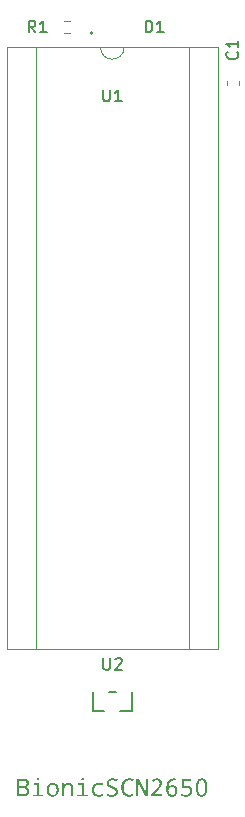
<source format=gbr>
G04 #@! TF.GenerationSoftware,KiCad,Pcbnew,7.0.11+dfsg-1build4*
G04 #@! TF.CreationDate,2024-12-04T19:58:54+09:00*
G04 #@! TF.ProjectId,bionic-scn2650,62696f6e-6963-42d7-9363-6e323635302e,3*
G04 #@! TF.SameCoordinates,Original*
G04 #@! TF.FileFunction,Legend,Top*
G04 #@! TF.FilePolarity,Positive*
%FSLAX46Y46*%
G04 Gerber Fmt 4.6, Leading zero omitted, Abs format (unit mm)*
G04 Created by KiCad (PCBNEW 7.0.11+dfsg-1build4) date 2024-12-04 19:58:54*
%MOMM*%
%LPD*%
G01*
G04 APERTURE LIST*
%ADD10C,0.150000*%
%ADD11C,0.152400*%
%ADD12C,0.120000*%
G04 APERTURE END LIST*
D10*
G36*
X106118352Y-135669959D02*
G01*
X106135529Y-135670222D01*
X106152404Y-135670660D01*
X106168976Y-135671274D01*
X106185245Y-135672063D01*
X106201211Y-135673027D01*
X106216875Y-135674167D01*
X106232236Y-135675481D01*
X106247295Y-135676972D01*
X106262051Y-135678637D01*
X106290654Y-135682494D01*
X106318047Y-135687052D01*
X106344229Y-135692311D01*
X106369201Y-135698272D01*
X106392962Y-135704934D01*
X106415512Y-135712297D01*
X106436851Y-135720361D01*
X106456979Y-135729127D01*
X106475897Y-135738593D01*
X106493604Y-135748761D01*
X106510101Y-135759631D01*
X106525540Y-135771236D01*
X106539982Y-135783702D01*
X106553429Y-135797030D01*
X106565880Y-135811219D01*
X106577334Y-135826270D01*
X106587793Y-135842183D01*
X106597255Y-135858957D01*
X106605722Y-135876592D01*
X106613192Y-135895090D01*
X106619667Y-135914448D01*
X106625145Y-135934668D01*
X106629627Y-135955750D01*
X106633113Y-135977693D01*
X106635603Y-136000498D01*
X106637098Y-136024164D01*
X106637596Y-136048692D01*
X106637279Y-136064915D01*
X106636330Y-136080795D01*
X106634749Y-136096331D01*
X106632535Y-136111524D01*
X106629689Y-136126373D01*
X106626210Y-136140879D01*
X106622098Y-136155041D01*
X106614745Y-136175640D01*
X106605968Y-136195467D01*
X106595768Y-136214521D01*
X106584145Y-136232802D01*
X106571099Y-136250310D01*
X106561610Y-136261553D01*
X106556629Y-136267045D01*
X106546285Y-136277631D01*
X106535494Y-136287682D01*
X106524257Y-136297197D01*
X106512574Y-136306177D01*
X106500444Y-136314622D01*
X106487867Y-136322532D01*
X106474844Y-136329907D01*
X106461374Y-136336746D01*
X106447458Y-136343050D01*
X106433096Y-136348819D01*
X106418286Y-136354052D01*
X106403031Y-136358751D01*
X106387329Y-136362914D01*
X106371180Y-136366542D01*
X106354585Y-136369634D01*
X106337543Y-136372192D01*
X106337543Y-136382450D01*
X106358596Y-136386165D01*
X106378980Y-136390350D01*
X106398695Y-136395004D01*
X106417743Y-136400127D01*
X106436122Y-136405720D01*
X106453832Y-136411782D01*
X106470875Y-136418314D01*
X106487249Y-136425315D01*
X106502955Y-136432785D01*
X106517992Y-136440725D01*
X106532361Y-136449134D01*
X106546062Y-136458013D01*
X106559094Y-136467361D01*
X106571458Y-136477178D01*
X106583154Y-136487465D01*
X106594181Y-136498221D01*
X106604540Y-136509447D01*
X106614231Y-136521142D01*
X106623254Y-136533306D01*
X106631608Y-136545940D01*
X106639294Y-136559043D01*
X106646311Y-136572616D01*
X106652660Y-136586658D01*
X106658341Y-136601169D01*
X106663353Y-136616150D01*
X106667698Y-136631601D01*
X106671373Y-136647520D01*
X106674381Y-136663909D01*
X106676720Y-136680768D01*
X106678391Y-136698096D01*
X106679393Y-136715893D01*
X106679727Y-136734160D01*
X106679214Y-136759281D01*
X106677672Y-136783722D01*
X106675104Y-136807481D01*
X106671507Y-136830559D01*
X106666883Y-136852956D01*
X106661232Y-136874672D01*
X106654553Y-136895706D01*
X106646846Y-136916060D01*
X106638112Y-136935732D01*
X106628351Y-136954722D01*
X106617561Y-136973032D01*
X106605745Y-136990660D01*
X106592901Y-137007608D01*
X106579029Y-137023874D01*
X106564129Y-137039458D01*
X106548203Y-137054362D01*
X106531434Y-137068426D01*
X106513919Y-137081582D01*
X106495657Y-137093831D01*
X106476647Y-137105172D01*
X106456891Y-137115606D01*
X106436387Y-137125133D01*
X106415137Y-137133753D01*
X106393139Y-137141465D01*
X106370394Y-137148270D01*
X106346903Y-137154168D01*
X106322664Y-137159158D01*
X106297678Y-137163241D01*
X106271945Y-137166417D01*
X106245466Y-137168685D01*
X106218239Y-137170046D01*
X106190265Y-137170500D01*
X105647313Y-137170500D01*
X105647313Y-136466714D01*
X105840021Y-136466714D01*
X105840021Y-137006735D01*
X106156193Y-137006735D01*
X106175915Y-137006461D01*
X106195012Y-137005640D01*
X106213482Y-137004271D01*
X106231326Y-137002355D01*
X106248544Y-136999892D01*
X106265136Y-136996881D01*
X106281102Y-136993323D01*
X106296442Y-136989218D01*
X106311155Y-136984565D01*
X106325243Y-136979365D01*
X106351539Y-136967322D01*
X106375332Y-136953089D01*
X106396619Y-136936668D01*
X106415403Y-136918056D01*
X106431682Y-136897255D01*
X106445456Y-136874264D01*
X106456726Y-136849084D01*
X106465492Y-136821714D01*
X106468935Y-136807207D01*
X106471753Y-136792154D01*
X106473944Y-136776553D01*
X106475509Y-136760405D01*
X106476449Y-136743709D01*
X106476762Y-136726466D01*
X106476436Y-136710485D01*
X106475458Y-136695012D01*
X106473828Y-136680045D01*
X106468613Y-136651635D01*
X106460791Y-136625254D01*
X106450361Y-136600902D01*
X106437323Y-136578580D01*
X106421679Y-136558287D01*
X106403426Y-136540023D01*
X106382566Y-136523788D01*
X106359099Y-136509583D01*
X106333024Y-136497407D01*
X106319009Y-136492080D01*
X106304342Y-136487261D01*
X106289023Y-136482948D01*
X106273052Y-136479143D01*
X106256429Y-136475846D01*
X106239155Y-136473055D01*
X106221228Y-136470772D01*
X106202650Y-136468997D01*
X106183420Y-136467728D01*
X106163538Y-136466967D01*
X106143004Y-136466714D01*
X105840021Y-136466714D01*
X105647313Y-136466714D01*
X105647313Y-135833636D01*
X105840021Y-135833636D01*
X105840021Y-136302949D01*
X106132379Y-136302949D01*
X106152143Y-136302730D01*
X106171225Y-136302073D01*
X106189626Y-136300978D01*
X106207347Y-136299446D01*
X106224385Y-136297475D01*
X106240743Y-136295066D01*
X106256419Y-136292220D01*
X106271414Y-136288935D01*
X106285728Y-136285213D01*
X106305922Y-136278809D01*
X106324583Y-136271419D01*
X106341711Y-136263043D01*
X106357307Y-136253683D01*
X106366852Y-136246895D01*
X106380012Y-136235741D01*
X106391878Y-136223299D01*
X106402449Y-136209569D01*
X106411726Y-136194551D01*
X106419709Y-136178245D01*
X106426397Y-136160651D01*
X106431790Y-136141769D01*
X106435889Y-136121599D01*
X106438694Y-136100141D01*
X106439844Y-136085120D01*
X106440420Y-136069526D01*
X106440492Y-136061515D01*
X106440184Y-136046535D01*
X106438569Y-136025081D01*
X106435569Y-136004843D01*
X106431184Y-135985822D01*
X106425415Y-135968019D01*
X106418261Y-135951433D01*
X106409723Y-135936064D01*
X106399800Y-135921912D01*
X106388492Y-135908977D01*
X106375800Y-135897260D01*
X106361723Y-135886759D01*
X106346143Y-135877265D01*
X106328939Y-135868706D01*
X106310113Y-135861080D01*
X106289664Y-135854387D01*
X106275130Y-135850445D01*
X106259874Y-135846917D01*
X106243897Y-135843804D01*
X106227199Y-135841107D01*
X106209779Y-135838824D01*
X106191639Y-135836956D01*
X106172777Y-135835504D01*
X106153193Y-135834466D01*
X106132889Y-135833844D01*
X106111863Y-135833636D01*
X105840021Y-135833636D01*
X105647313Y-135833636D01*
X105647313Y-135669871D01*
X106100872Y-135669871D01*
X106118352Y-135669959D01*
G37*
G36*
X107420516Y-135576082D02*
G01*
X107440027Y-135577109D01*
X107457619Y-135580191D01*
X107473292Y-135585327D01*
X107487045Y-135592517D01*
X107498880Y-135601762D01*
X107508795Y-135613061D01*
X107516792Y-135626414D01*
X107522869Y-135641822D01*
X107527027Y-135659284D01*
X107529266Y-135678800D01*
X107529693Y-135692952D01*
X107528896Y-135710766D01*
X107526508Y-135727113D01*
X107522528Y-135741993D01*
X107515650Y-135757913D01*
X107506480Y-135771720D01*
X107497086Y-135781613D01*
X107484571Y-135791449D01*
X107471206Y-135799250D01*
X107456991Y-135805015D01*
X107441925Y-135808746D01*
X107426010Y-135810442D01*
X107420516Y-135810555D01*
X107400809Y-135809522D01*
X107383040Y-135806421D01*
X107367209Y-135801253D01*
X107353317Y-135794017D01*
X107341363Y-135784715D01*
X107331348Y-135773345D01*
X107323271Y-135759908D01*
X107317133Y-135744404D01*
X107312933Y-135726832D01*
X107310671Y-135707193D01*
X107310240Y-135692952D01*
X107311210Y-135672066D01*
X107314117Y-135653235D01*
X107318963Y-135636458D01*
X107325748Y-135621735D01*
X107334471Y-135609066D01*
X107345132Y-135598452D01*
X107357732Y-135589892D01*
X107372270Y-135583387D01*
X107388747Y-135578935D01*
X107407162Y-135576539D01*
X107420516Y-135576082D01*
G37*
G36*
X107325994Y-136192307D02*
G01*
X107048656Y-136170691D01*
X107048656Y-136045028D01*
X107513206Y-136045028D01*
X107513206Y-137023221D01*
X107875907Y-137043737D01*
X107875907Y-137170500D01*
X106971353Y-137170500D01*
X106971353Y-137043737D01*
X107325994Y-137023221D01*
X107325994Y-136192307D01*
G37*
G36*
X108691345Y-136022205D02*
G01*
X108718464Y-136024077D01*
X108744949Y-136027197D01*
X108770797Y-136031565D01*
X108796011Y-136037180D01*
X108820589Y-136044044D01*
X108844531Y-136052155D01*
X108867838Y-136061515D01*
X108890510Y-136072122D01*
X108912546Y-136083978D01*
X108933947Y-136097081D01*
X108954712Y-136111432D01*
X108974842Y-136127031D01*
X108994337Y-136143878D01*
X109013196Y-136161973D01*
X109031420Y-136181316D01*
X109048766Y-136201692D01*
X109064994Y-136222887D01*
X109080102Y-136244900D01*
X109094091Y-136267732D01*
X109106961Y-136291383D01*
X109118712Y-136315852D01*
X109129343Y-136341140D01*
X109138856Y-136367246D01*
X109147249Y-136394171D01*
X109154524Y-136421914D01*
X109160679Y-136450476D01*
X109163337Y-136465064D01*
X109165715Y-136479857D01*
X109167813Y-136494854D01*
X109169632Y-136510056D01*
X109171171Y-136525463D01*
X109172430Y-136541074D01*
X109173409Y-136556890D01*
X109174109Y-136572911D01*
X109174528Y-136589136D01*
X109174668Y-136605566D01*
X109174530Y-136622534D01*
X109174116Y-136639277D01*
X109173425Y-136655793D01*
X109172458Y-136672084D01*
X109171216Y-136688148D01*
X109169696Y-136703986D01*
X109167901Y-136719598D01*
X109165830Y-136734984D01*
X109163482Y-136750144D01*
X109160858Y-136765077D01*
X109157958Y-136779785D01*
X109154781Y-136794266D01*
X109151329Y-136808522D01*
X109143595Y-136836354D01*
X109134757Y-136863282D01*
X109124813Y-136889305D01*
X109113765Y-136914424D01*
X109101612Y-136938638D01*
X109088354Y-136961948D01*
X109073992Y-136984354D01*
X109058524Y-137005855D01*
X109041952Y-137026451D01*
X109033252Y-137036410D01*
X109015254Y-137055487D01*
X108996523Y-137073333D01*
X108977060Y-137089948D01*
X108956865Y-137105332D01*
X108935936Y-137119486D01*
X108914275Y-137132409D01*
X108891881Y-137144101D01*
X108868754Y-137154563D01*
X108844894Y-137163793D01*
X108820302Y-137171793D01*
X108794977Y-137178562D01*
X108768920Y-137184101D01*
X108742129Y-137188408D01*
X108714606Y-137191485D01*
X108686350Y-137193331D01*
X108657362Y-137193947D01*
X108629826Y-137193321D01*
X108602905Y-137191445D01*
X108576600Y-137188318D01*
X108550910Y-137183940D01*
X108525836Y-137178312D01*
X108501376Y-137171433D01*
X108477533Y-137163302D01*
X108454304Y-137153922D01*
X108431691Y-137143290D01*
X108409694Y-137131407D01*
X108388312Y-137118274D01*
X108367545Y-137103890D01*
X108347393Y-137088255D01*
X108327857Y-137071369D01*
X108308936Y-137053233D01*
X108290631Y-137033846D01*
X108273240Y-137013368D01*
X108256971Y-136992051D01*
X108241825Y-136969896D01*
X108227800Y-136946903D01*
X108214897Y-136923071D01*
X108203116Y-136898400D01*
X108192457Y-136872890D01*
X108182920Y-136846542D01*
X108174505Y-136819355D01*
X108167212Y-136791330D01*
X108163986Y-136777002D01*
X108161041Y-136762466D01*
X108158376Y-136747719D01*
X108155992Y-136732763D01*
X108153889Y-136717597D01*
X108152065Y-136702222D01*
X108150523Y-136686636D01*
X108149260Y-136670842D01*
X108148279Y-136654837D01*
X108147577Y-136638623D01*
X108147157Y-136622199D01*
X108147016Y-136605566D01*
X108340823Y-136605566D01*
X108341136Y-136632186D01*
X108342075Y-136657960D01*
X108343641Y-136682890D01*
X108345832Y-136706974D01*
X108348649Y-136730214D01*
X108352093Y-136752608D01*
X108356163Y-136774157D01*
X108360859Y-136794862D01*
X108366181Y-136814721D01*
X108372129Y-136833735D01*
X108378703Y-136851904D01*
X108385903Y-136869228D01*
X108393729Y-136885707D01*
X108402182Y-136901341D01*
X108411261Y-136916129D01*
X108420965Y-136930073D01*
X108431296Y-136943172D01*
X108442253Y-136955425D01*
X108453836Y-136966834D01*
X108466045Y-136977397D01*
X108478880Y-136987115D01*
X108492342Y-136995988D01*
X108506429Y-137004017D01*
X108521143Y-137011200D01*
X108536483Y-137017538D01*
X108552448Y-137023031D01*
X108569040Y-137027679D01*
X108586258Y-137031481D01*
X108604103Y-137034439D01*
X108622573Y-137036552D01*
X108641669Y-137037819D01*
X108661392Y-137038242D01*
X108681047Y-137037819D01*
X108700078Y-137036552D01*
X108718484Y-137034439D01*
X108736267Y-137031481D01*
X108753426Y-137027679D01*
X108769962Y-137023031D01*
X108785873Y-137017538D01*
X108801160Y-137011200D01*
X108815823Y-137004017D01*
X108829862Y-136995988D01*
X108843277Y-136987115D01*
X108856069Y-136977397D01*
X108868236Y-136966834D01*
X108879779Y-136955425D01*
X108890699Y-136943172D01*
X108900994Y-136930073D01*
X108910665Y-136916129D01*
X108919713Y-136901341D01*
X108928136Y-136885707D01*
X108935936Y-136869228D01*
X108943112Y-136851904D01*
X108949663Y-136833735D01*
X108955591Y-136814721D01*
X108960895Y-136794862D01*
X108965574Y-136774157D01*
X108969630Y-136752608D01*
X108973062Y-136730214D01*
X108975870Y-136706974D01*
X108978054Y-136682890D01*
X108979613Y-136657960D01*
X108980549Y-136632186D01*
X108980861Y-136605566D01*
X108980547Y-136579217D01*
X108979605Y-136553704D01*
X108978034Y-136529028D01*
X108975835Y-136505188D01*
X108973008Y-136482184D01*
X108969553Y-136460018D01*
X108965469Y-136438687D01*
X108960757Y-136418193D01*
X108955417Y-136398536D01*
X108949449Y-136379715D01*
X108942852Y-136361731D01*
X108935627Y-136344583D01*
X108927774Y-136328271D01*
X108919292Y-136312796D01*
X108910182Y-136298158D01*
X108900444Y-136284356D01*
X108890078Y-136271390D01*
X108879084Y-136259261D01*
X108867461Y-136247969D01*
X108855210Y-136237513D01*
X108842331Y-136227893D01*
X108828823Y-136219110D01*
X108814687Y-136211164D01*
X108799923Y-136204053D01*
X108784531Y-136197780D01*
X108768510Y-136192343D01*
X108751862Y-136187742D01*
X108734584Y-136183978D01*
X108716679Y-136181050D01*
X108698146Y-136178959D01*
X108678984Y-136177704D01*
X108659194Y-136177286D01*
X108639606Y-136177704D01*
X108620641Y-136178959D01*
X108602297Y-136181050D01*
X108584575Y-136183978D01*
X108567476Y-136187742D01*
X108550997Y-136192343D01*
X108535141Y-136197780D01*
X108519906Y-136204053D01*
X108505294Y-136211164D01*
X108491303Y-136219110D01*
X108477934Y-136227893D01*
X108465187Y-136237513D01*
X108453061Y-136247969D01*
X108441557Y-136259261D01*
X108430676Y-136271390D01*
X108420416Y-136284356D01*
X108410778Y-136298158D01*
X108401761Y-136312796D01*
X108393367Y-136328271D01*
X108385594Y-136344583D01*
X108378443Y-136361731D01*
X108371914Y-136379715D01*
X108366007Y-136398536D01*
X108360721Y-136418193D01*
X108356058Y-136438687D01*
X108352016Y-136460018D01*
X108348596Y-136482184D01*
X108345798Y-136505188D01*
X108343621Y-136529028D01*
X108342067Y-136553704D01*
X108341134Y-136579217D01*
X108340823Y-136605566D01*
X108147016Y-136605566D01*
X108147153Y-136588756D01*
X108147562Y-136572169D01*
X108148243Y-136555806D01*
X108149197Y-136539666D01*
X108150424Y-136523749D01*
X108151924Y-136508056D01*
X108153696Y-136492585D01*
X108155740Y-136477338D01*
X108158058Y-136462315D01*
X108160648Y-136447514D01*
X108163510Y-136432937D01*
X108166645Y-136418583D01*
X108173734Y-136390544D01*
X108181913Y-136363399D01*
X108191182Y-136337147D01*
X108201542Y-136311787D01*
X108212992Y-136287321D01*
X108225533Y-136263748D01*
X108239164Y-136241068D01*
X108253886Y-136219280D01*
X108269698Y-136198386D01*
X108286601Y-136178385D01*
X108304431Y-136159397D01*
X108323026Y-136141634D01*
X108342384Y-136125096D01*
X108362507Y-136109783D01*
X108383394Y-136095695D01*
X108405046Y-136082833D01*
X108427461Y-136071195D01*
X108450641Y-136060782D01*
X108474585Y-136051594D01*
X108499293Y-136043632D01*
X108524765Y-136036894D01*
X108551002Y-136031381D01*
X108578002Y-136027094D01*
X108605767Y-136024031D01*
X108634297Y-136022194D01*
X108663590Y-136021581D01*
X108691345Y-136022205D01*
G37*
G36*
X110203053Y-137170500D02*
G01*
X110203053Y-136444366D01*
X110202813Y-136427934D01*
X110202095Y-136412024D01*
X110200898Y-136396635D01*
X110199223Y-136381769D01*
X110194436Y-136353600D01*
X110187734Y-136327518D01*
X110179117Y-136303523D01*
X110168586Y-136281614D01*
X110156139Y-136261792D01*
X110141778Y-136244056D01*
X110125502Y-136228407D01*
X110107311Y-136214844D01*
X110087206Y-136203368D01*
X110065185Y-136193978D01*
X110041250Y-136186675D01*
X110015400Y-136181459D01*
X109987635Y-136178329D01*
X109957955Y-136177286D01*
X109938480Y-136177685D01*
X109919624Y-136178883D01*
X109901386Y-136180879D01*
X109883766Y-136183674D01*
X109866765Y-136187268D01*
X109850381Y-136191660D01*
X109834616Y-136196851D01*
X109819469Y-136202840D01*
X109804941Y-136209628D01*
X109791030Y-136217214D01*
X109777738Y-136225599D01*
X109765064Y-136234782D01*
X109753008Y-136244764D01*
X109741571Y-136255545D01*
X109730752Y-136267124D01*
X109720551Y-136279502D01*
X109710968Y-136292678D01*
X109702004Y-136306653D01*
X109693657Y-136321426D01*
X109685929Y-136336998D01*
X109678820Y-136353368D01*
X109672328Y-136370537D01*
X109666455Y-136388505D01*
X109661200Y-136407271D01*
X109656563Y-136426836D01*
X109652545Y-136447199D01*
X109649144Y-136468361D01*
X109646362Y-136490321D01*
X109644198Y-136513080D01*
X109642653Y-136536638D01*
X109641725Y-136560994D01*
X109641416Y-136586148D01*
X109641416Y-137170500D01*
X109453838Y-137170500D01*
X109453838Y-136045028D01*
X109605146Y-136045028D01*
X109632990Y-136194871D01*
X109643248Y-136194871D01*
X109657053Y-136173887D01*
X109671905Y-136154257D01*
X109687804Y-136135980D01*
X109704751Y-136119057D01*
X109722746Y-136103488D01*
X109741789Y-136089273D01*
X109761878Y-136076411D01*
X109783016Y-136064904D01*
X109805201Y-136054750D01*
X109828434Y-136045950D01*
X109852714Y-136038504D01*
X109878042Y-136032412D01*
X109904417Y-136027673D01*
X109931840Y-136024289D01*
X109960311Y-136022258D01*
X109989829Y-136021581D01*
X110014487Y-136021984D01*
X110038363Y-136023191D01*
X110061456Y-136025204D01*
X110083767Y-136028021D01*
X110105294Y-136031644D01*
X110126039Y-136036071D01*
X110146001Y-136041304D01*
X110165180Y-136047341D01*
X110183576Y-136054184D01*
X110201189Y-136061831D01*
X110218020Y-136070284D01*
X110234068Y-136079541D01*
X110249333Y-136089604D01*
X110263815Y-136100471D01*
X110277514Y-136112144D01*
X110290431Y-136124621D01*
X110302564Y-136137904D01*
X110313915Y-136151991D01*
X110324483Y-136166884D01*
X110334268Y-136182581D01*
X110343271Y-136199084D01*
X110351490Y-136216391D01*
X110358927Y-136234504D01*
X110365581Y-136253421D01*
X110371452Y-136273144D01*
X110376540Y-136293671D01*
X110380846Y-136315004D01*
X110384369Y-136337141D01*
X110387108Y-136360083D01*
X110389066Y-136383831D01*
X110390240Y-136408383D01*
X110390631Y-136433741D01*
X110390631Y-137170500D01*
X110203053Y-137170500D01*
G37*
G36*
X111201395Y-135576082D02*
G01*
X111220906Y-135577109D01*
X111238498Y-135580191D01*
X111254171Y-135585327D01*
X111267925Y-135592517D01*
X111279759Y-135601762D01*
X111289675Y-135613061D01*
X111297671Y-135626414D01*
X111303748Y-135641822D01*
X111307906Y-135659284D01*
X111310145Y-135678800D01*
X111310572Y-135692952D01*
X111309776Y-135710766D01*
X111307388Y-135727113D01*
X111303407Y-135741993D01*
X111296529Y-135757913D01*
X111287359Y-135771720D01*
X111277965Y-135781613D01*
X111265450Y-135791449D01*
X111252085Y-135799250D01*
X111237870Y-135805015D01*
X111222805Y-135808746D01*
X111206889Y-135810442D01*
X111201395Y-135810555D01*
X111181688Y-135809522D01*
X111163919Y-135806421D01*
X111148088Y-135801253D01*
X111134196Y-135794017D01*
X111122242Y-135784715D01*
X111112227Y-135773345D01*
X111104150Y-135759908D01*
X111098012Y-135744404D01*
X111093812Y-135726832D01*
X111091550Y-135707193D01*
X111091120Y-135692952D01*
X111092089Y-135672066D01*
X111094997Y-135653235D01*
X111099843Y-135636458D01*
X111106627Y-135621735D01*
X111115350Y-135609066D01*
X111126012Y-135598452D01*
X111138611Y-135589892D01*
X111153150Y-135583387D01*
X111169626Y-135578935D01*
X111188042Y-135576539D01*
X111201395Y-135576082D01*
G37*
G36*
X111106873Y-136192307D02*
G01*
X110829536Y-136170691D01*
X110829536Y-136045028D01*
X111294085Y-136045028D01*
X111294085Y-137023221D01*
X111656786Y-137043737D01*
X111656786Y-137170500D01*
X110752233Y-137170500D01*
X110752233Y-137043737D01*
X111106873Y-137023221D01*
X111106873Y-136192307D01*
G37*
G36*
X112902791Y-136082398D02*
G01*
X112839044Y-136245063D01*
X112819847Y-136237832D01*
X112800907Y-136231067D01*
X112782226Y-136224769D01*
X112763801Y-136218937D01*
X112745635Y-136213572D01*
X112727726Y-136208673D01*
X112710075Y-136204241D01*
X112692681Y-136200275D01*
X112675545Y-136196776D01*
X112658666Y-136193744D01*
X112642045Y-136191178D01*
X112625682Y-136189078D01*
X112609576Y-136187445D01*
X112593728Y-136186279D01*
X112578138Y-136185579D01*
X112562805Y-136185346D01*
X112539296Y-136185762D01*
X112516533Y-136187010D01*
X112494516Y-136189091D01*
X112473246Y-136192004D01*
X112452722Y-136195748D01*
X112432945Y-136200325D01*
X112413913Y-136205735D01*
X112395628Y-136211976D01*
X112378090Y-136219050D01*
X112361297Y-136226956D01*
X112345251Y-136235694D01*
X112329952Y-136245264D01*
X112315398Y-136255666D01*
X112301591Y-136266901D01*
X112288531Y-136278967D01*
X112276216Y-136291866D01*
X112264648Y-136305598D01*
X112253827Y-136320161D01*
X112243751Y-136335556D01*
X112234422Y-136351784D01*
X112225840Y-136368844D01*
X112218003Y-136386736D01*
X112210913Y-136405460D01*
X112204569Y-136425017D01*
X112198972Y-136445406D01*
X112194121Y-136466626D01*
X112190016Y-136488679D01*
X112186658Y-136511565D01*
X112184045Y-136535282D01*
X112182180Y-136559832D01*
X112181060Y-136585214D01*
X112180687Y-136611428D01*
X112181050Y-136637191D01*
X112182140Y-136662136D01*
X112183955Y-136686264D01*
X112186497Y-136709573D01*
X112189766Y-136732065D01*
X112193760Y-136753739D01*
X112198481Y-136774595D01*
X112203928Y-136794633D01*
X112210102Y-136813853D01*
X112217001Y-136832255D01*
X112224627Y-136849840D01*
X112232980Y-136866606D01*
X112242058Y-136882555D01*
X112251863Y-136897685D01*
X112262394Y-136911998D01*
X112273652Y-136925493D01*
X112285636Y-136938171D01*
X112298346Y-136950030D01*
X112311782Y-136961071D01*
X112325945Y-136971295D01*
X112340834Y-136980700D01*
X112356449Y-136989288D01*
X112372790Y-136997058D01*
X112389858Y-137004010D01*
X112407652Y-137010144D01*
X112426172Y-137015460D01*
X112445419Y-137019958D01*
X112465392Y-137023639D01*
X112486091Y-137026502D01*
X112507517Y-137028546D01*
X112529669Y-137029773D01*
X112552547Y-137030182D01*
X112572816Y-137029933D01*
X112593139Y-137029186D01*
X112613516Y-137027941D01*
X112633948Y-137026198D01*
X112654435Y-137023957D01*
X112674975Y-137021218D01*
X112695570Y-137017980D01*
X112716220Y-137014245D01*
X112736924Y-137010012D01*
X112757682Y-137005281D01*
X112778495Y-137000051D01*
X112799362Y-136994324D01*
X112820283Y-136988099D01*
X112841259Y-136981375D01*
X112862289Y-136974154D01*
X112883374Y-136966435D01*
X112883374Y-137131299D01*
X112865864Y-137138885D01*
X112847865Y-137145982D01*
X112829376Y-137152589D01*
X112810398Y-137158707D01*
X112790931Y-137164336D01*
X112770974Y-137169475D01*
X112750528Y-137174125D01*
X112729592Y-137178285D01*
X112708167Y-137181956D01*
X112686252Y-137185137D01*
X112663848Y-137187829D01*
X112640955Y-137190031D01*
X112617572Y-137191744D01*
X112593700Y-137192968D01*
X112569338Y-137193702D01*
X112544487Y-137193947D01*
X112528047Y-137193800D01*
X112511839Y-137193361D01*
X112495861Y-137192630D01*
X112480115Y-137191606D01*
X112464600Y-137190289D01*
X112449316Y-137188679D01*
X112434264Y-137186777D01*
X112419442Y-137184582D01*
X112404851Y-137182094D01*
X112376364Y-137176241D01*
X112348801Y-137169217D01*
X112322162Y-137161022D01*
X112296448Y-137151657D01*
X112271658Y-137141121D01*
X112247793Y-137129415D01*
X112224852Y-137116538D01*
X112202836Y-137102490D01*
X112181744Y-137087271D01*
X112161577Y-137070882D01*
X112142334Y-137053323D01*
X112133060Y-137044104D01*
X112115358Y-137024864D01*
X112098799Y-137004605D01*
X112083381Y-136983327D01*
X112069106Y-136961031D01*
X112055973Y-136937715D01*
X112043982Y-136913380D01*
X112033132Y-136888027D01*
X112023425Y-136861654D01*
X112014860Y-136834263D01*
X112007437Y-136805853D01*
X112004153Y-136791265D01*
X112001156Y-136776423D01*
X111998443Y-136761326D01*
X111996016Y-136745975D01*
X111993875Y-136730369D01*
X111992019Y-136714508D01*
X111990449Y-136698392D01*
X111989164Y-136682021D01*
X111988165Y-136665396D01*
X111987451Y-136648516D01*
X111987023Y-136631382D01*
X111986880Y-136613992D01*
X111987026Y-136596038D01*
X111987464Y-136578353D01*
X111988194Y-136560938D01*
X111989216Y-136543793D01*
X111990530Y-136526918D01*
X111992135Y-136510313D01*
X111994033Y-136493977D01*
X111996223Y-136477911D01*
X111998704Y-136462115D01*
X112001478Y-136446588D01*
X112004543Y-136431331D01*
X112007900Y-136416344D01*
X112011550Y-136401627D01*
X112015491Y-136387180D01*
X112019724Y-136373002D01*
X112029067Y-136345456D01*
X112039577Y-136318989D01*
X112051254Y-136293601D01*
X112064100Y-136269292D01*
X112078114Y-136246063D01*
X112093295Y-136223912D01*
X112109644Y-136202840D01*
X112127161Y-136182848D01*
X112136357Y-136173256D01*
X112155515Y-136154889D01*
X112175621Y-136137707D01*
X112196674Y-136121710D01*
X112218674Y-136106898D01*
X112241622Y-136093271D01*
X112265517Y-136080829D01*
X112290360Y-136069572D01*
X112316150Y-136059500D01*
X112342888Y-136050613D01*
X112370572Y-136042910D01*
X112399205Y-136036393D01*
X112413876Y-136033579D01*
X112428784Y-136031061D01*
X112443929Y-136028839D01*
X112459311Y-136026913D01*
X112474930Y-136025284D01*
X112490786Y-136023951D01*
X112506878Y-136022914D01*
X112523208Y-136022174D01*
X112539774Y-136021729D01*
X112556577Y-136021581D01*
X112579439Y-136021819D01*
X112602138Y-136022531D01*
X112624673Y-136023719D01*
X112647046Y-136025382D01*
X112669255Y-136027520D01*
X112691301Y-136030133D01*
X112713185Y-136033222D01*
X112734905Y-136036785D01*
X112756461Y-136040824D01*
X112777855Y-136045338D01*
X112799086Y-136050326D01*
X112820153Y-136055790D01*
X112841057Y-136061730D01*
X112861798Y-136068144D01*
X112882376Y-136075033D01*
X112902791Y-136082398D01*
G37*
G36*
X113215300Y-137123605D02*
G01*
X113215300Y-136941888D01*
X113242425Y-136952580D01*
X113269487Y-136962582D01*
X113296487Y-136971894D01*
X113323423Y-136980517D01*
X113350296Y-136988449D01*
X113377107Y-136995692D01*
X113403854Y-137002245D01*
X113430539Y-137008109D01*
X113457160Y-137013282D01*
X113483719Y-137017766D01*
X113510214Y-137021560D01*
X113536647Y-137024664D01*
X113563017Y-137027078D01*
X113589323Y-137028802D01*
X113615567Y-137029837D01*
X113641748Y-137030182D01*
X113663927Y-137029939D01*
X113685402Y-137029209D01*
X113706173Y-137027992D01*
X113726240Y-137026289D01*
X113745603Y-137024100D01*
X113764262Y-137021424D01*
X113782217Y-137018261D01*
X113799467Y-137014612D01*
X113816014Y-137010476D01*
X113831856Y-137005853D01*
X113846995Y-137000744D01*
X113861429Y-136995148D01*
X113875159Y-136989066D01*
X113900507Y-136975442D01*
X113923038Y-136959872D01*
X113942753Y-136942355D01*
X113959652Y-136922892D01*
X113973734Y-136901482D01*
X113985000Y-136878127D01*
X113993449Y-136852824D01*
X113999082Y-136825576D01*
X114001898Y-136796381D01*
X114002250Y-136781054D01*
X114001613Y-136761431D01*
X113999700Y-136742676D01*
X113996512Y-136724791D01*
X113992049Y-136707776D01*
X113986311Y-136691630D01*
X113979298Y-136676353D01*
X113971010Y-136661945D01*
X113961446Y-136648408D01*
X113950608Y-136635739D01*
X113938494Y-136623940D01*
X113929710Y-136616557D01*
X113914798Y-136605516D01*
X113897265Y-136594103D01*
X113884121Y-136586286D01*
X113869811Y-136578303D01*
X113854336Y-136570154D01*
X113837697Y-136561840D01*
X113819892Y-136553359D01*
X113800923Y-136544712D01*
X113780789Y-136535899D01*
X113759489Y-136526921D01*
X113737025Y-136517776D01*
X113713396Y-136508465D01*
X113688602Y-136498988D01*
X113662643Y-136489345D01*
X113635519Y-136479536D01*
X113609201Y-136469990D01*
X113583828Y-136460216D01*
X113559399Y-136450217D01*
X113535914Y-136439992D01*
X113513374Y-136429541D01*
X113491779Y-136418863D01*
X113471128Y-136407959D01*
X113451421Y-136396830D01*
X113432660Y-136385474D01*
X113414842Y-136373892D01*
X113397969Y-136362084D01*
X113382041Y-136350050D01*
X113367057Y-136337789D01*
X113353018Y-136325303D01*
X113339924Y-136312590D01*
X113327773Y-136299652D01*
X113316505Y-136286357D01*
X113305963Y-136272575D01*
X113296149Y-136258307D01*
X113287061Y-136243552D01*
X113278701Y-136228311D01*
X113271067Y-136212583D01*
X113264161Y-136196368D01*
X113257981Y-136179667D01*
X113252529Y-136162480D01*
X113247803Y-136144805D01*
X113243805Y-136126645D01*
X113240533Y-136107997D01*
X113237988Y-136088863D01*
X113236171Y-136069243D01*
X113235080Y-136049136D01*
X113234717Y-136028542D01*
X113235234Y-136006451D01*
X113236783Y-135984968D01*
X113239367Y-135964091D01*
X113242983Y-135943820D01*
X113247633Y-135924157D01*
X113253316Y-135905100D01*
X113260032Y-135886650D01*
X113267781Y-135868807D01*
X113276564Y-135851571D01*
X113286380Y-135834941D01*
X113297229Y-135818919D01*
X113309112Y-135803503D01*
X113322028Y-135788694D01*
X113335977Y-135774491D01*
X113350959Y-135760896D01*
X113366974Y-135747907D01*
X113383936Y-135735618D01*
X113401665Y-135724122D01*
X113420160Y-135713419D01*
X113439423Y-135703508D01*
X113459453Y-135694391D01*
X113480250Y-135686066D01*
X113501814Y-135678534D01*
X113524145Y-135671795D01*
X113547243Y-135665849D01*
X113571108Y-135660695D01*
X113595740Y-135656335D01*
X113621140Y-135652767D01*
X113647306Y-135649992D01*
X113674240Y-135648010D01*
X113701940Y-135646821D01*
X113730408Y-135646424D01*
X113745112Y-135646502D01*
X113774266Y-135647129D01*
X113803083Y-135648383D01*
X113831562Y-135650263D01*
X113859704Y-135652771D01*
X113887507Y-135655905D01*
X113914973Y-135659666D01*
X113942101Y-135664054D01*
X113968892Y-135669068D01*
X113995344Y-135674710D01*
X114021459Y-135680978D01*
X114047236Y-135687873D01*
X114072676Y-135695395D01*
X114097777Y-135703544D01*
X114122541Y-135712319D01*
X114146968Y-135721722D01*
X114159054Y-135726658D01*
X114093108Y-135895918D01*
X114068346Y-135886158D01*
X114043792Y-135877028D01*
X114019448Y-135868527D01*
X113995312Y-135860656D01*
X113971385Y-135853414D01*
X113947668Y-135846802D01*
X113924159Y-135840820D01*
X113900859Y-135835468D01*
X113877768Y-135830745D01*
X113854886Y-135826652D01*
X113832213Y-135823189D01*
X113809749Y-135820356D01*
X113787493Y-135818152D01*
X113765447Y-135816577D01*
X113743610Y-135815633D01*
X113721981Y-135815318D01*
X113703408Y-135815528D01*
X113685425Y-135816158D01*
X113668031Y-135817208D01*
X113651227Y-135818678D01*
X113635013Y-135820568D01*
X113619388Y-135822879D01*
X113604353Y-135825609D01*
X113589907Y-135828759D01*
X113562785Y-135836320D01*
X113538021Y-135845560D01*
X113515615Y-135856481D01*
X113495568Y-135869082D01*
X113477880Y-135883363D01*
X113462550Y-135899324D01*
X113449578Y-135916966D01*
X113438965Y-135936287D01*
X113430710Y-135957289D01*
X113424814Y-135979970D01*
X113421277Y-136004332D01*
X113420097Y-136030374D01*
X113420690Y-136049725D01*
X113422467Y-136068348D01*
X113425430Y-136086244D01*
X113429577Y-136103412D01*
X113434909Y-136119852D01*
X113441427Y-136135565D01*
X113449129Y-136150550D01*
X113458016Y-136164807D01*
X113468088Y-136178336D01*
X113479345Y-136191138D01*
X113487508Y-136199268D01*
X113501413Y-136211304D01*
X113517849Y-136223508D01*
X113530213Y-136231737D01*
X113543701Y-136240040D01*
X113558314Y-136248418D01*
X113574052Y-136256870D01*
X113590915Y-136265397D01*
X113608902Y-136273998D01*
X113628015Y-136282673D01*
X113648252Y-136291423D01*
X113669614Y-136300247D01*
X113692101Y-136309146D01*
X113715713Y-136318119D01*
X113740450Y-136327166D01*
X113766312Y-136336288D01*
X113781992Y-136341950D01*
X113797344Y-136347622D01*
X113812366Y-136353307D01*
X113827059Y-136359003D01*
X113841423Y-136364710D01*
X113855458Y-136370429D01*
X113869164Y-136376159D01*
X113895588Y-136387653D01*
X113920695Y-136399194D01*
X113944486Y-136410780D01*
X113966960Y-136422412D01*
X113988118Y-136434090D01*
X114007959Y-136445814D01*
X114026483Y-136457583D01*
X114043691Y-136469398D01*
X114059582Y-136481260D01*
X114074156Y-136493166D01*
X114087414Y-136505119D01*
X114099355Y-136517117D01*
X114104832Y-136523134D01*
X114115125Y-136535393D01*
X114124753Y-136548081D01*
X114133718Y-136561199D01*
X114142018Y-136574745D01*
X114149654Y-136588722D01*
X114156627Y-136603127D01*
X114162935Y-136617962D01*
X114168579Y-136633226D01*
X114173560Y-136648920D01*
X114177876Y-136665043D01*
X114181528Y-136681595D01*
X114184516Y-136698577D01*
X114186840Y-136715987D01*
X114188501Y-136733828D01*
X114189497Y-136752097D01*
X114189829Y-136770796D01*
X114189270Y-136795149D01*
X114187596Y-136818841D01*
X114184805Y-136841872D01*
X114180898Y-136864242D01*
X114175875Y-136885950D01*
X114169736Y-136906998D01*
X114162480Y-136927384D01*
X114154108Y-136947109D01*
X114144620Y-136966173D01*
X114134015Y-136984575D01*
X114122295Y-137002317D01*
X114109457Y-137019397D01*
X114095504Y-137035816D01*
X114080435Y-137051574D01*
X114064249Y-137066671D01*
X114046947Y-137081107D01*
X114028663Y-137094771D01*
X114009440Y-137107554D01*
X113989279Y-137119455D01*
X113968178Y-137130474D01*
X113946139Y-137140612D01*
X113923161Y-137149869D01*
X113899245Y-137158243D01*
X113874389Y-137165737D01*
X113848595Y-137172348D01*
X113821862Y-137178079D01*
X113794190Y-137182927D01*
X113765579Y-137186894D01*
X113750921Y-137188547D01*
X113736029Y-137189980D01*
X113720902Y-137191192D01*
X113705541Y-137192184D01*
X113689945Y-137192955D01*
X113674114Y-137193506D01*
X113658048Y-137193837D01*
X113641748Y-137193947D01*
X113624805Y-137193878D01*
X113608097Y-137193672D01*
X113591621Y-137193329D01*
X113575378Y-137192848D01*
X113559369Y-137192229D01*
X113543594Y-137191474D01*
X113528051Y-137190581D01*
X113512742Y-137189550D01*
X113497666Y-137188383D01*
X113482823Y-137187077D01*
X113468213Y-137185635D01*
X113439694Y-137182338D01*
X113412108Y-137178491D01*
X113385455Y-137174094D01*
X113359735Y-137169149D01*
X113334948Y-137163653D01*
X113311095Y-137157608D01*
X113288174Y-137151014D01*
X113266186Y-137143869D01*
X113245132Y-137136176D01*
X113225010Y-137127933D01*
X113215300Y-137123605D01*
G37*
G36*
X115488224Y-136965336D02*
G01*
X115488224Y-137132764D01*
X115469137Y-137140173D01*
X115449521Y-137147104D01*
X115429375Y-137153557D01*
X115408700Y-137159531D01*
X115387495Y-137165028D01*
X115365761Y-137170047D01*
X115343497Y-137174588D01*
X115320704Y-137178651D01*
X115297381Y-137182236D01*
X115273528Y-137185343D01*
X115249147Y-137187972D01*
X115224235Y-137190123D01*
X115198794Y-137191796D01*
X115172824Y-137192991D01*
X115146324Y-137193708D01*
X115119295Y-137193947D01*
X115099543Y-137193750D01*
X115080082Y-137193158D01*
X115060914Y-137192173D01*
X115042038Y-137190793D01*
X115023453Y-137189018D01*
X115005161Y-137186850D01*
X114987160Y-137184287D01*
X114969452Y-137181330D01*
X114952035Y-137177979D01*
X114934911Y-137174233D01*
X114918078Y-137170093D01*
X114901537Y-137165559D01*
X114885288Y-137160631D01*
X114869331Y-137155308D01*
X114853666Y-137149591D01*
X114838293Y-137143480D01*
X114823212Y-137136975D01*
X114808423Y-137130075D01*
X114793926Y-137122781D01*
X114779721Y-137115093D01*
X114765808Y-137107010D01*
X114752186Y-137098533D01*
X114738857Y-137089662D01*
X114725820Y-137080397D01*
X114713074Y-137070737D01*
X114700621Y-137060683D01*
X114688459Y-137050235D01*
X114676589Y-137039393D01*
X114665012Y-137028156D01*
X114653726Y-137016525D01*
X114642732Y-137004500D01*
X114632030Y-136992080D01*
X114621639Y-136979298D01*
X114611578Y-136966184D01*
X114601847Y-136952739D01*
X114592446Y-136938963D01*
X114583374Y-136924855D01*
X114574633Y-136910417D01*
X114566221Y-136895647D01*
X114558139Y-136880545D01*
X114550387Y-136865112D01*
X114542965Y-136849348D01*
X114535873Y-136833253D01*
X114529111Y-136816826D01*
X114522678Y-136800068D01*
X114516575Y-136782979D01*
X114510803Y-136765559D01*
X114505360Y-136747807D01*
X114500247Y-136729724D01*
X114495464Y-136711309D01*
X114491010Y-136692563D01*
X114486887Y-136673486D01*
X114483094Y-136654078D01*
X114479630Y-136634338D01*
X114476496Y-136614267D01*
X114473692Y-136593865D01*
X114471218Y-136573131D01*
X114469074Y-136552067D01*
X114467260Y-136530670D01*
X114465775Y-136508943D01*
X114464621Y-136486884D01*
X114463796Y-136464494D01*
X114463301Y-136441773D01*
X114463136Y-136418720D01*
X114463316Y-136396586D01*
X114463856Y-136374742D01*
X114464756Y-136353189D01*
X114466016Y-136331926D01*
X114467635Y-136310954D01*
X114469615Y-136290272D01*
X114471955Y-136269881D01*
X114474654Y-136249780D01*
X114477713Y-136229970D01*
X114481133Y-136210451D01*
X114484912Y-136191221D01*
X114489051Y-136172283D01*
X114493550Y-136153635D01*
X114498409Y-136135277D01*
X114503628Y-136117210D01*
X114509207Y-136099434D01*
X114515145Y-136081948D01*
X114521444Y-136064752D01*
X114528103Y-136047847D01*
X114535121Y-136031233D01*
X114542500Y-136014909D01*
X114550238Y-135998875D01*
X114558336Y-135983132D01*
X114566795Y-135967680D01*
X114575613Y-135952518D01*
X114584791Y-135937647D01*
X114594329Y-135923066D01*
X114604227Y-135908775D01*
X114614485Y-135894775D01*
X114625102Y-135881066D01*
X114636080Y-135867647D01*
X114647418Y-135854519D01*
X114659090Y-135841716D01*
X114671025Y-135829320D01*
X114683224Y-135817330D01*
X114695686Y-135805747D01*
X114708412Y-135794570D01*
X114721400Y-135783799D01*
X114734652Y-135773435D01*
X114748168Y-135763478D01*
X114761947Y-135753926D01*
X114775989Y-135744781D01*
X114790294Y-135736043D01*
X114804863Y-135727711D01*
X114819695Y-135719786D01*
X114834790Y-135712267D01*
X114850149Y-135705154D01*
X114865771Y-135698448D01*
X114881656Y-135692148D01*
X114897805Y-135686255D01*
X114914217Y-135680768D01*
X114930892Y-135675687D01*
X114947831Y-135671013D01*
X114965033Y-135666746D01*
X114982498Y-135662885D01*
X115000226Y-135659430D01*
X115018218Y-135656382D01*
X115036474Y-135653740D01*
X115054992Y-135651505D01*
X115073774Y-135649676D01*
X115092819Y-135648253D01*
X115112128Y-135647237D01*
X115131700Y-135646627D01*
X115151535Y-135646424D01*
X115179652Y-135646770D01*
X115207308Y-135647809D01*
X115234503Y-135649541D01*
X115261238Y-135651965D01*
X115287512Y-135655082D01*
X115313325Y-135658892D01*
X115338677Y-135663394D01*
X115363568Y-135668589D01*
X115387999Y-135674477D01*
X115411968Y-135681057D01*
X115435477Y-135688330D01*
X115458525Y-135696295D01*
X115481112Y-135704954D01*
X115503239Y-135714305D01*
X115524904Y-135724348D01*
X115546109Y-135735084D01*
X115465875Y-135895918D01*
X115446014Y-135886158D01*
X115426182Y-135877028D01*
X115406378Y-135868527D01*
X115386603Y-135860656D01*
X115366857Y-135853414D01*
X115347139Y-135846802D01*
X115327450Y-135840820D01*
X115307789Y-135835468D01*
X115288157Y-135830745D01*
X115268554Y-135826652D01*
X115248979Y-135823189D01*
X115229433Y-135820356D01*
X115209916Y-135818152D01*
X115190427Y-135816577D01*
X115170966Y-135815633D01*
X115151535Y-135815318D01*
X115124179Y-135815955D01*
X115097525Y-135817865D01*
X115071572Y-135821050D01*
X115046320Y-135825508D01*
X115021769Y-135831239D01*
X114997919Y-135838244D01*
X114974771Y-135846523D01*
X114952324Y-135856076D01*
X114930579Y-135866902D01*
X114909534Y-135879002D01*
X114889191Y-135892376D01*
X114869549Y-135907024D01*
X114850608Y-135922945D01*
X114832369Y-135940140D01*
X114814830Y-135958608D01*
X114797993Y-135978350D01*
X114782022Y-135999181D01*
X114767081Y-136020917D01*
X114753171Y-136043557D01*
X114740291Y-136067102D01*
X114728441Y-136091551D01*
X114717622Y-136116905D01*
X114707833Y-136143163D01*
X114699075Y-136170325D01*
X114691347Y-136198392D01*
X114687869Y-136212765D01*
X114684649Y-136227363D01*
X114681687Y-136242188D01*
X114678982Y-136257239D01*
X114676535Y-136272516D01*
X114674345Y-136288020D01*
X114672413Y-136303749D01*
X114670739Y-136319704D01*
X114669322Y-136335886D01*
X114668163Y-136352294D01*
X114667261Y-136368927D01*
X114666617Y-136385787D01*
X114666231Y-136402873D01*
X114666102Y-136420185D01*
X114666223Y-136438504D01*
X114666584Y-136456549D01*
X114667187Y-136474319D01*
X114668031Y-136491815D01*
X114669116Y-136509038D01*
X114670443Y-136525986D01*
X114672010Y-136542660D01*
X114673819Y-136559060D01*
X114675868Y-136575187D01*
X114678159Y-136591039D01*
X114680691Y-136606617D01*
X114683464Y-136621921D01*
X114686479Y-136636950D01*
X114689734Y-136651706D01*
X114693231Y-136666188D01*
X114696968Y-136680396D01*
X114705167Y-136707989D01*
X114714331Y-136734486D01*
X114724459Y-136759887D01*
X114735551Y-136784191D01*
X114747608Y-136807400D01*
X114760630Y-136829512D01*
X114774616Y-136850528D01*
X114789567Y-136870447D01*
X114805491Y-136889169D01*
X114822305Y-136906683D01*
X114840009Y-136922989D01*
X114858604Y-136938087D01*
X114878088Y-136951978D01*
X114898463Y-136964660D01*
X114919728Y-136976135D01*
X114941883Y-136986401D01*
X114964928Y-136995460D01*
X114988863Y-137003311D01*
X115013689Y-137009955D01*
X115039404Y-137015390D01*
X115066010Y-137019618D01*
X115093506Y-137022637D01*
X115121892Y-137024449D01*
X115151168Y-137025053D01*
X115168199Y-137024820D01*
X115185767Y-137024120D01*
X115203873Y-137022953D01*
X115222518Y-137021321D01*
X115241701Y-137019221D01*
X115261421Y-137016655D01*
X115281680Y-137013623D01*
X115302477Y-137010124D01*
X115323812Y-137006158D01*
X115345685Y-137001726D01*
X115368096Y-136996827D01*
X115391045Y-136991462D01*
X115414533Y-136985630D01*
X115438558Y-136979332D01*
X115463122Y-136972567D01*
X115488224Y-136965336D01*
G37*
G36*
X116715544Y-137170500D02*
G01*
X116494260Y-137170500D01*
X115896353Y-135929624D01*
X115888293Y-135929624D01*
X115889420Y-135947232D01*
X115890512Y-135964567D01*
X115891567Y-135981628D01*
X115892587Y-135998414D01*
X115893571Y-136014927D01*
X115894519Y-136031165D01*
X115895431Y-136047130D01*
X115896308Y-136062820D01*
X115897148Y-136078236D01*
X115897953Y-136093379D01*
X115898723Y-136108247D01*
X115900154Y-136137161D01*
X115901442Y-136164979D01*
X115902587Y-136191700D01*
X115903588Y-136217326D01*
X115904447Y-136241855D01*
X115905163Y-136265288D01*
X115905735Y-136287625D01*
X115906164Y-136308865D01*
X115906451Y-136329010D01*
X115906594Y-136348058D01*
X115906612Y-136357171D01*
X115906612Y-137170500D01*
X115729658Y-137170500D01*
X115729658Y-135669871D01*
X115949110Y-135669871D01*
X116544452Y-136904519D01*
X116550680Y-136904519D01*
X116549801Y-136885304D01*
X116548950Y-136866493D01*
X116548127Y-136848086D01*
X116547331Y-136830084D01*
X116546564Y-136812486D01*
X116545824Y-136795292D01*
X116545113Y-136778503D01*
X116544429Y-136762118D01*
X116543773Y-136746137D01*
X116543145Y-136730560D01*
X116542545Y-136715388D01*
X116541973Y-136700620D01*
X116540913Y-136672297D01*
X116539964Y-136645591D01*
X116539127Y-136620502D01*
X116538401Y-136597031D01*
X116537787Y-136575176D01*
X116537285Y-136554939D01*
X116536894Y-136536319D01*
X116536615Y-136519316D01*
X116536448Y-136503930D01*
X116536392Y-136490161D01*
X116536392Y-135669871D01*
X116715544Y-135669871D01*
X116715544Y-137170500D01*
G37*
G36*
X117952390Y-137170500D02*
G01*
X117013398Y-137170500D01*
X117013398Y-137009666D01*
X117374267Y-136618389D01*
X117386681Y-136604805D01*
X117398828Y-136591439D01*
X117410707Y-136578292D01*
X117422318Y-136565363D01*
X117433662Y-136552652D01*
X117444738Y-136540160D01*
X117455546Y-136527885D01*
X117466087Y-136515829D01*
X117476360Y-136503992D01*
X117486366Y-136492372D01*
X117496104Y-136480971D01*
X117514777Y-136458823D01*
X117532380Y-136437548D01*
X117548912Y-136417146D01*
X117564373Y-136397617D01*
X117578765Y-136378961D01*
X117592085Y-136361178D01*
X117604336Y-136344268D01*
X117615516Y-136328231D01*
X117625625Y-136313067D01*
X117634664Y-136298776D01*
X117638782Y-136291958D01*
X117646546Y-136278454D01*
X117653809Y-136264778D01*
X117660571Y-136250931D01*
X117666832Y-136236912D01*
X117672592Y-136222721D01*
X117677851Y-136208358D01*
X117682610Y-136193824D01*
X117686867Y-136179118D01*
X117690624Y-136164240D01*
X117693880Y-136149190D01*
X117696635Y-136133969D01*
X117698889Y-136118576D01*
X117700642Y-136103011D01*
X117701894Y-136087275D01*
X117702645Y-136071367D01*
X117702896Y-136055287D01*
X117702319Y-136034077D01*
X117700590Y-136013723D01*
X117697708Y-135994226D01*
X117693674Y-135975585D01*
X117688486Y-135957801D01*
X117682146Y-135940874D01*
X117674653Y-135924803D01*
X117666007Y-135909588D01*
X117656209Y-135895230D01*
X117645258Y-135881729D01*
X117637316Y-135873204D01*
X117624683Y-135861222D01*
X117611239Y-135850419D01*
X117596983Y-135840794D01*
X117581915Y-135832348D01*
X117566036Y-135825081D01*
X117549346Y-135818992D01*
X117531844Y-135814081D01*
X117513531Y-135810349D01*
X117494406Y-135807796D01*
X117474470Y-135806421D01*
X117460729Y-135806159D01*
X117440129Y-135806706D01*
X117419547Y-135808346D01*
X117398982Y-135811079D01*
X117378434Y-135814906D01*
X117357904Y-135819826D01*
X117337390Y-135825840D01*
X117316894Y-135832946D01*
X117296414Y-135841147D01*
X117275952Y-135850440D01*
X117255508Y-135860827D01*
X117235080Y-135872308D01*
X117214669Y-135884881D01*
X117194276Y-135898549D01*
X117173900Y-135913309D01*
X117153541Y-135929163D01*
X117133199Y-135946110D01*
X117028053Y-135823378D01*
X117040456Y-135812491D01*
X117052935Y-135801950D01*
X117065492Y-135791754D01*
X117078124Y-135781904D01*
X117090834Y-135772400D01*
X117103620Y-135763241D01*
X117116482Y-135754428D01*
X117129421Y-135745961D01*
X117142437Y-135737839D01*
X117155529Y-135730063D01*
X117168698Y-135722632D01*
X117181943Y-135715547D01*
X117195265Y-135708807D01*
X117208663Y-135702413D01*
X117222138Y-135696365D01*
X117235690Y-135690663D01*
X117263022Y-135680294D01*
X117290661Y-135671308D01*
X117318607Y-135663705D01*
X117346858Y-135657484D01*
X117375416Y-135652645D01*
X117404280Y-135649189D01*
X117433450Y-135647115D01*
X117448150Y-135646597D01*
X117462927Y-135646424D01*
X117487556Y-135646849D01*
X117511528Y-135648124D01*
X117534840Y-135650249D01*
X117557495Y-135653225D01*
X117579491Y-135657050D01*
X117600829Y-135661726D01*
X117621508Y-135667251D01*
X117641530Y-135673627D01*
X117660893Y-135680852D01*
X117679597Y-135688928D01*
X117697643Y-135697854D01*
X117715031Y-135707630D01*
X117731761Y-135718256D01*
X117747832Y-135729732D01*
X117763246Y-135742058D01*
X117778000Y-135755234D01*
X117791975Y-135769129D01*
X117805048Y-135783610D01*
X117817220Y-135798679D01*
X117828490Y-135814333D01*
X117838858Y-135830575D01*
X117848325Y-135847404D01*
X117856890Y-135864819D01*
X117864554Y-135882821D01*
X117871316Y-135901409D01*
X117877176Y-135920585D01*
X117882135Y-135940347D01*
X117886192Y-135960696D01*
X117889348Y-135981632D01*
X117891602Y-136003154D01*
X117892954Y-136025263D01*
X117893405Y-136047959D01*
X117893167Y-136063279D01*
X117892455Y-136078648D01*
X117891267Y-136094065D01*
X117889604Y-136109531D01*
X117887466Y-136125046D01*
X117884853Y-136140609D01*
X117881764Y-136156221D01*
X117878201Y-136171882D01*
X117874162Y-136187591D01*
X117869649Y-136203349D01*
X117864660Y-136219156D01*
X117859196Y-136235011D01*
X117853257Y-136250915D01*
X117846842Y-136266868D01*
X117839953Y-136282869D01*
X117832589Y-136298919D01*
X117824291Y-136315450D01*
X117814602Y-136332985D01*
X117803523Y-136351525D01*
X117791052Y-136371070D01*
X117777190Y-136391619D01*
X117761938Y-136413173D01*
X117745294Y-136435732D01*
X117727259Y-136459295D01*
X117717720Y-136471453D01*
X117707833Y-136483863D01*
X117697598Y-136496523D01*
X117687016Y-136509435D01*
X117676086Y-136522598D01*
X117664808Y-136536012D01*
X117653182Y-136549678D01*
X117641209Y-136563594D01*
X117628888Y-136577762D01*
X117616219Y-136592181D01*
X117603202Y-136606851D01*
X117589838Y-136621772D01*
X117576126Y-136636944D01*
X117562066Y-136652367D01*
X117547658Y-136668042D01*
X117532903Y-136683968D01*
X117243475Y-136991347D01*
X117243475Y-136999407D01*
X117952390Y-136999407D01*
X117952390Y-137170500D01*
G37*
G36*
X118947816Y-135646595D02*
G01*
X118966958Y-135647107D01*
X118985443Y-135647960D01*
X119003271Y-135649155D01*
X119020442Y-135650691D01*
X119036957Y-135652568D01*
X119052814Y-135654786D01*
X119068015Y-135657346D01*
X119082558Y-135660248D01*
X119100928Y-135664647D01*
X119105338Y-135665841D01*
X119105338Y-135825576D01*
X119086636Y-135821025D01*
X119072107Y-135818010D01*
X119057145Y-135815337D01*
X119041753Y-135813004D01*
X119025929Y-135811013D01*
X119009673Y-135809364D01*
X118992986Y-135808055D01*
X118975867Y-135807088D01*
X118958317Y-135806462D01*
X118940336Y-135806178D01*
X118934246Y-135806159D01*
X118905843Y-135806723D01*
X118878335Y-135808414D01*
X118851724Y-135811234D01*
X118826008Y-135815181D01*
X118801188Y-135820255D01*
X118777265Y-135826458D01*
X118754237Y-135833788D01*
X118732104Y-135842246D01*
X118710868Y-135851831D01*
X118690528Y-135862545D01*
X118671083Y-135874386D01*
X118652535Y-135887354D01*
X118634882Y-135901451D01*
X118618125Y-135916675D01*
X118602264Y-135933027D01*
X118587299Y-135950506D01*
X118573240Y-135969165D01*
X118560005Y-135989146D01*
X118547594Y-136010450D01*
X118536008Y-136033076D01*
X118525246Y-136057024D01*
X118515308Y-136082295D01*
X118506195Y-136108887D01*
X118497906Y-136136803D01*
X118494071Y-136151256D01*
X118490441Y-136166040D01*
X118487018Y-136181155D01*
X118483801Y-136196600D01*
X118480790Y-136212376D01*
X118477985Y-136228483D01*
X118475386Y-136244920D01*
X118472993Y-136261687D01*
X118470807Y-136278785D01*
X118468826Y-136296214D01*
X118467051Y-136313973D01*
X118465483Y-136332063D01*
X118464120Y-136350484D01*
X118462964Y-136369235D01*
X118462014Y-136388317D01*
X118461270Y-136407729D01*
X118473726Y-136407729D01*
X118486424Y-136386523D01*
X118500064Y-136366685D01*
X118514646Y-136348215D01*
X118530169Y-136331113D01*
X118546634Y-136315380D01*
X118564041Y-136301014D01*
X118582389Y-136288017D01*
X118601679Y-136276387D01*
X118621910Y-136266126D01*
X118643084Y-136257234D01*
X118665199Y-136249709D01*
X118688255Y-136243552D01*
X118712254Y-136238764D01*
X118737193Y-136235343D01*
X118763075Y-136233291D01*
X118789898Y-136232607D01*
X118814655Y-136233085D01*
X118838734Y-136234519D01*
X118862134Y-136236909D01*
X118884855Y-136240255D01*
X118906899Y-136244557D01*
X118928264Y-136249815D01*
X118948951Y-136256029D01*
X118968959Y-136263198D01*
X118988289Y-136271324D01*
X119006941Y-136280406D01*
X119024914Y-136290444D01*
X119042209Y-136301438D01*
X119058826Y-136313387D01*
X119074764Y-136326293D01*
X119090024Y-136340155D01*
X119104605Y-136354973D01*
X119118403Y-136370618D01*
X119131310Y-136386961D01*
X119143327Y-136404002D01*
X119154454Y-136421743D01*
X119164690Y-136440181D01*
X119174037Y-136459318D01*
X119182494Y-136479153D01*
X119190060Y-136499687D01*
X119196736Y-136520918D01*
X119202522Y-136542849D01*
X119207418Y-136565478D01*
X119211423Y-136588805D01*
X119214539Y-136612830D01*
X119216764Y-136637554D01*
X119218100Y-136662976D01*
X119218545Y-136689097D01*
X119218059Y-136718018D01*
X119216604Y-136746164D01*
X119214178Y-136773534D01*
X119210782Y-136800128D01*
X119206416Y-136825947D01*
X119201079Y-136850990D01*
X119194772Y-136875257D01*
X119187495Y-136898749D01*
X119179248Y-136921465D01*
X119170030Y-136943405D01*
X119159842Y-136964570D01*
X119148684Y-136984959D01*
X119136555Y-137004572D01*
X119123456Y-137023410D01*
X119109387Y-137041472D01*
X119094347Y-137058758D01*
X119078490Y-137075129D01*
X119061970Y-137090443D01*
X119044785Y-137104701D01*
X119026936Y-137117903D01*
X119008423Y-137130049D01*
X118989246Y-137141139D01*
X118969405Y-137151172D01*
X118948901Y-137160150D01*
X118927732Y-137168071D01*
X118905898Y-137174936D01*
X118883401Y-137180745D01*
X118860240Y-137185498D01*
X118836415Y-137189194D01*
X118811926Y-137191834D01*
X118786773Y-137193419D01*
X118760956Y-137193947D01*
X118733239Y-137193270D01*
X118706236Y-137191239D01*
X118679945Y-137187855D01*
X118654367Y-137183116D01*
X118629501Y-137177024D01*
X118605348Y-137169578D01*
X118581908Y-137160778D01*
X118559181Y-137150624D01*
X118537166Y-137139117D01*
X118515864Y-137126255D01*
X118495274Y-137112040D01*
X118475398Y-137096471D01*
X118456234Y-137079548D01*
X118437782Y-137061271D01*
X118420044Y-137041641D01*
X118403018Y-137020657D01*
X118386869Y-136998388D01*
X118371762Y-136974998D01*
X118357697Y-136950486D01*
X118344674Y-136924852D01*
X118332693Y-136898096D01*
X118327093Y-136884297D01*
X118321754Y-136870218D01*
X118316675Y-136855858D01*
X118311856Y-136841218D01*
X118307298Y-136826297D01*
X118303000Y-136811096D01*
X118298963Y-136795614D01*
X118295186Y-136779852D01*
X118291670Y-136763809D01*
X118288414Y-136747486D01*
X118285419Y-136730882D01*
X118282684Y-136713998D01*
X118280210Y-136696833D01*
X118277996Y-136679388D01*
X118276042Y-136661662D01*
X118275142Y-136652094D01*
X118457240Y-136652094D01*
X118457565Y-136671391D01*
X118458539Y-136690356D01*
X118460163Y-136708989D01*
X118462437Y-136727290D01*
X118465361Y-136745259D01*
X118468935Y-136762896D01*
X118473158Y-136780201D01*
X118478031Y-136797174D01*
X118483553Y-136813815D01*
X118489726Y-136830124D01*
X118496548Y-136846101D01*
X118504020Y-136861746D01*
X118512141Y-136877059D01*
X118520913Y-136892040D01*
X118530334Y-136906689D01*
X118540404Y-136921005D01*
X118551048Y-136934714D01*
X118562094Y-136947538D01*
X118573545Y-136959478D01*
X118585398Y-136970533D01*
X118597656Y-136980704D01*
X118610317Y-136989991D01*
X118623382Y-136998393D01*
X118636850Y-137005910D01*
X118650721Y-137012544D01*
X118664997Y-137018292D01*
X118679676Y-137023157D01*
X118694758Y-137027137D01*
X118710244Y-137030232D01*
X118726134Y-137032443D01*
X118742427Y-137033770D01*
X118759124Y-137034212D01*
X118775250Y-137033860D01*
X118790929Y-137032804D01*
X118806162Y-137031044D01*
X118820948Y-137028579D01*
X118835288Y-137025411D01*
X118855960Y-137019338D01*
X118875628Y-137011681D01*
X118894291Y-137002439D01*
X118911949Y-136991614D01*
X118928603Y-136979204D01*
X118944252Y-136965210D01*
X118958897Y-136949631D01*
X118963555Y-136944086D01*
X118976715Y-136926521D01*
X118984769Y-136914071D01*
X118992248Y-136901027D01*
X118999152Y-136887392D01*
X119005481Y-136873164D01*
X119011234Y-136858343D01*
X119016411Y-136842930D01*
X119021014Y-136826925D01*
X119025041Y-136810327D01*
X119028493Y-136793136D01*
X119031369Y-136775353D01*
X119033671Y-136756978D01*
X119035396Y-136738010D01*
X119036547Y-136718449D01*
X119037122Y-136698296D01*
X119037194Y-136687998D01*
X119036918Y-136669718D01*
X119036089Y-136651974D01*
X119034708Y-136634765D01*
X119032775Y-136618091D01*
X119030289Y-136601952D01*
X119027251Y-136586349D01*
X119023660Y-136571281D01*
X119019517Y-136556748D01*
X119014822Y-136542750D01*
X119006743Y-136522757D01*
X118997421Y-136503968D01*
X118986856Y-136486384D01*
X118975048Y-136470004D01*
X118966486Y-136459753D01*
X118952766Y-136445480D01*
X118937983Y-136432610D01*
X118922137Y-136421145D01*
X118905229Y-136411084D01*
X118887258Y-136402426D01*
X118868225Y-136395173D01*
X118848129Y-136389323D01*
X118826970Y-136384877D01*
X118812274Y-136382693D01*
X118797105Y-136381133D01*
X118781465Y-136380197D01*
X118765352Y-136379885D01*
X118749168Y-136380210D01*
X118733312Y-136381185D01*
X118717786Y-136382809D01*
X118702589Y-136385083D01*
X118687721Y-136388007D01*
X118673183Y-136391580D01*
X118658973Y-136395804D01*
X118645093Y-136400677D01*
X118624890Y-136409204D01*
X118605427Y-136419194D01*
X118586705Y-136430645D01*
X118574635Y-136439092D01*
X118562894Y-136448188D01*
X118551482Y-136457934D01*
X118545900Y-136463050D01*
X118535164Y-136473491D01*
X118520358Y-136489497D01*
X118507111Y-136505915D01*
X118495422Y-136522745D01*
X118485292Y-136539987D01*
X118476721Y-136557641D01*
X118469707Y-136575707D01*
X118464253Y-136594186D01*
X118460357Y-136613076D01*
X118458019Y-136632379D01*
X118457240Y-136652094D01*
X118275142Y-136652094D01*
X118274349Y-136643656D01*
X118272917Y-136625370D01*
X118271745Y-136606802D01*
X118270833Y-136587955D01*
X118270182Y-136568826D01*
X118269791Y-136549418D01*
X118269661Y-136529728D01*
X118270304Y-136475384D01*
X118272233Y-136422766D01*
X118275447Y-136371872D01*
X118279948Y-136322704D01*
X118285734Y-136275261D01*
X118292806Y-136229543D01*
X118301165Y-136185550D01*
X118310808Y-136143283D01*
X118321738Y-136102740D01*
X118333954Y-136063923D01*
X118347455Y-136026832D01*
X118362243Y-135991465D01*
X118378316Y-135957823D01*
X118395675Y-135925907D01*
X118414320Y-135895716D01*
X118434250Y-135867250D01*
X118455467Y-135840510D01*
X118477969Y-135815494D01*
X118501758Y-135792204D01*
X118526832Y-135770639D01*
X118553192Y-135750799D01*
X118580838Y-135732684D01*
X118609769Y-135716295D01*
X118639987Y-135701631D01*
X118671490Y-135688692D01*
X118704279Y-135677478D01*
X118738354Y-135667989D01*
X118773715Y-135660226D01*
X118810362Y-135654188D01*
X118848295Y-135649875D01*
X118887513Y-135647287D01*
X118928018Y-135646424D01*
X118947816Y-135646595D01*
G37*
G36*
X119548639Y-137112614D02*
G01*
X119548639Y-136935294D01*
X119567475Y-136947272D01*
X119586890Y-136958478D01*
X119606882Y-136968910D01*
X119627453Y-136978570D01*
X119648602Y-136987458D01*
X119670329Y-136995572D01*
X119692634Y-137002914D01*
X119715518Y-137009482D01*
X119738979Y-137015278D01*
X119763019Y-137020302D01*
X119787637Y-137024552D01*
X119812833Y-137028030D01*
X119838608Y-137030734D01*
X119864960Y-137032666D01*
X119891891Y-137033826D01*
X119919399Y-137034212D01*
X119940700Y-137033900D01*
X119961324Y-137032964D01*
X119981272Y-137031404D01*
X120000543Y-137029220D01*
X120019139Y-137026412D01*
X120037058Y-137022981D01*
X120054301Y-137018925D01*
X120070868Y-137014245D01*
X120086759Y-137008941D01*
X120101973Y-137003014D01*
X120116512Y-136996462D01*
X120130374Y-136989287D01*
X120143560Y-136981487D01*
X120156069Y-136973064D01*
X120167903Y-136964016D01*
X120179060Y-136954345D01*
X120189541Y-136944049D01*
X120199346Y-136933130D01*
X120208475Y-136921586D01*
X120216927Y-136909419D01*
X120224704Y-136896628D01*
X120231804Y-136883213D01*
X120238228Y-136869173D01*
X120243975Y-136854510D01*
X120249047Y-136839223D01*
X120253442Y-136823312D01*
X120257161Y-136806777D01*
X120260204Y-136789618D01*
X120262571Y-136771835D01*
X120264261Y-136753428D01*
X120265276Y-136734397D01*
X120265614Y-136714742D01*
X120265268Y-136696350D01*
X120264230Y-136678541D01*
X120262500Y-136661316D01*
X120260078Y-136644675D01*
X120256964Y-136628618D01*
X120253159Y-136613145D01*
X120248661Y-136598256D01*
X120243472Y-136583950D01*
X120237590Y-136570229D01*
X120231017Y-136557091D01*
X120215794Y-136532568D01*
X120197803Y-136510380D01*
X120177045Y-136490527D01*
X120153519Y-136473011D01*
X120140718Y-136465128D01*
X120127225Y-136457829D01*
X120113041Y-136451115D01*
X120098164Y-136444984D01*
X120082595Y-136439437D01*
X120066334Y-136434474D01*
X120049382Y-136430094D01*
X120031737Y-136426299D01*
X120013401Y-136423088D01*
X119994372Y-136420460D01*
X119974652Y-136418417D01*
X119954240Y-136416957D01*
X119933136Y-136416081D01*
X119911339Y-136415789D01*
X119893621Y-136416015D01*
X119874949Y-136416691D01*
X119855324Y-136417818D01*
X119834746Y-136419396D01*
X119813215Y-136421424D01*
X119798332Y-136423027D01*
X119783025Y-136424830D01*
X119767294Y-136426834D01*
X119751140Y-136429038D01*
X119734562Y-136431442D01*
X119717560Y-136434046D01*
X119700135Y-136436851D01*
X119682286Y-136439857D01*
X119673203Y-136441435D01*
X119580513Y-136382450D01*
X119637299Y-135669871D01*
X120348046Y-135669871D01*
X120348046Y-135840964D01*
X119799965Y-135840964D01*
X119759665Y-136276571D01*
X119780296Y-136272904D01*
X119800838Y-136269598D01*
X119821289Y-136266653D01*
X119841650Y-136264068D01*
X119861921Y-136261845D01*
X119882102Y-136259981D01*
X119902192Y-136258479D01*
X119922193Y-136257337D01*
X119942103Y-136256555D01*
X119961923Y-136256134D01*
X119975087Y-136256054D01*
X120001827Y-136256512D01*
X120027918Y-136257886D01*
X120053359Y-136260176D01*
X120078150Y-136263382D01*
X120102291Y-136267503D01*
X120125783Y-136272541D01*
X120148625Y-136278494D01*
X120170817Y-136285363D01*
X120192359Y-136293149D01*
X120213252Y-136301850D01*
X120233495Y-136311467D01*
X120253089Y-136322000D01*
X120272032Y-136333449D01*
X120290326Y-136345814D01*
X120307970Y-136359094D01*
X120324965Y-136373291D01*
X120341113Y-136388239D01*
X120356220Y-136403865D01*
X120370285Y-136420170D01*
X120383308Y-136437153D01*
X120395289Y-136454814D01*
X120406229Y-136473154D01*
X120416126Y-136492172D01*
X120424982Y-136511868D01*
X120432796Y-136532243D01*
X120439568Y-136553296D01*
X120445298Y-136575027D01*
X120449987Y-136597437D01*
X120453633Y-136620525D01*
X120456238Y-136644292D01*
X120457800Y-136668736D01*
X120458321Y-136693860D01*
X120458182Y-136708706D01*
X120457072Y-136737760D01*
X120454851Y-136765964D01*
X120451519Y-136793319D01*
X120447077Y-136819823D01*
X120441524Y-136845477D01*
X120434861Y-136870281D01*
X120427087Y-136894235D01*
X120418203Y-136917339D01*
X120408208Y-136939592D01*
X120397103Y-136960996D01*
X120384887Y-136981550D01*
X120371560Y-137001253D01*
X120357123Y-137020107D01*
X120341576Y-137038110D01*
X120324917Y-137055263D01*
X120316172Y-137063521D01*
X120297948Y-137079315D01*
X120278814Y-137094090D01*
X120258770Y-137107845D01*
X120237816Y-137120582D01*
X120215951Y-137132300D01*
X120193177Y-137142999D01*
X120169492Y-137152679D01*
X120144897Y-137161340D01*
X120119391Y-137168983D01*
X120092976Y-137175606D01*
X120065650Y-137181210D01*
X120037415Y-137185795D01*
X120008269Y-137189362D01*
X119993354Y-137190763D01*
X119978212Y-137191909D01*
X119962843Y-137192800D01*
X119947246Y-137193437D01*
X119931421Y-137193819D01*
X119915369Y-137193947D01*
X119886889Y-137193629D01*
X119859150Y-137192676D01*
X119832152Y-137191087D01*
X119805895Y-137188864D01*
X119780380Y-137186004D01*
X119755606Y-137182509D01*
X119731573Y-137178379D01*
X119708282Y-137173614D01*
X119685732Y-137168213D01*
X119663923Y-137162176D01*
X119642856Y-137155504D01*
X119622530Y-137148197D01*
X119602945Y-137140254D01*
X119584102Y-137131676D01*
X119566000Y-137122463D01*
X119548639Y-137112614D01*
G37*
G36*
X121276940Y-135646618D02*
G01*
X121305885Y-135648173D01*
X121333918Y-135651281D01*
X121361037Y-135655944D01*
X121387244Y-135662160D01*
X121412537Y-135669931D01*
X121436918Y-135679256D01*
X121460385Y-135690136D01*
X121482939Y-135702569D01*
X121504581Y-135716557D01*
X121525309Y-135732099D01*
X121545124Y-135749195D01*
X121564026Y-135767845D01*
X121582015Y-135788049D01*
X121599091Y-135809808D01*
X121615254Y-135833121D01*
X121622993Y-135845360D01*
X121630522Y-135857966D01*
X121637811Y-135870917D01*
X121644861Y-135884212D01*
X121651673Y-135897853D01*
X121658245Y-135911839D01*
X121664579Y-135926169D01*
X121670673Y-135940844D01*
X121676528Y-135955865D01*
X121682145Y-135971230D01*
X121687522Y-135986940D01*
X121692660Y-136002995D01*
X121697560Y-136019394D01*
X121702220Y-136036139D01*
X121706642Y-136053229D01*
X121710824Y-136070663D01*
X121714768Y-136088443D01*
X121718472Y-136106567D01*
X121721937Y-136125036D01*
X121725164Y-136143850D01*
X121728151Y-136163009D01*
X121730900Y-136182513D01*
X121733409Y-136202362D01*
X121735680Y-136222556D01*
X121737711Y-136243094D01*
X121739504Y-136263978D01*
X121741057Y-136285206D01*
X121742372Y-136306779D01*
X121743447Y-136328697D01*
X121744284Y-136350961D01*
X121744881Y-136373568D01*
X121745239Y-136396521D01*
X121745359Y-136419819D01*
X121744887Y-136467446D01*
X121743471Y-136513561D01*
X121741112Y-136558164D01*
X121737808Y-136601255D01*
X121733561Y-136642834D01*
X121728370Y-136682902D01*
X121722235Y-136721457D01*
X121715157Y-136758500D01*
X121707134Y-136794031D01*
X121698168Y-136828051D01*
X121688258Y-136860558D01*
X121677404Y-136891553D01*
X121665606Y-136921037D01*
X121652865Y-136949008D01*
X121639180Y-136975467D01*
X121624550Y-137000415D01*
X121608977Y-137023850D01*
X121592461Y-137045774D01*
X121575000Y-137066186D01*
X121556596Y-137085085D01*
X121537247Y-137102473D01*
X121516955Y-137118348D01*
X121495719Y-137132712D01*
X121473540Y-137145564D01*
X121450416Y-137156904D01*
X121426349Y-137166731D01*
X121401338Y-137175047D01*
X121375383Y-137181851D01*
X121348484Y-137187143D01*
X121320641Y-137190923D01*
X121291855Y-137193191D01*
X121262125Y-137193947D01*
X121233079Y-137193170D01*
X121204926Y-137190838D01*
X121177666Y-137186953D01*
X121151299Y-137181513D01*
X121125826Y-137174519D01*
X121101245Y-137165971D01*
X121077557Y-137155869D01*
X121054762Y-137144213D01*
X121032861Y-137131002D01*
X121011852Y-137116238D01*
X120991736Y-137099919D01*
X120972514Y-137082045D01*
X120954184Y-137062618D01*
X120936747Y-137041637D01*
X120920204Y-137019101D01*
X120904553Y-136995011D01*
X120897070Y-136982404D01*
X120889824Y-136969451D01*
X120882816Y-136956152D01*
X120876045Y-136942506D01*
X120869512Y-136928514D01*
X120863217Y-136914176D01*
X120857159Y-136899492D01*
X120851339Y-136884461D01*
X120845756Y-136869083D01*
X120840411Y-136853360D01*
X120835303Y-136837290D01*
X120830433Y-136820873D01*
X120825800Y-136804111D01*
X120821405Y-136787002D01*
X120817248Y-136769547D01*
X120813328Y-136751745D01*
X120809646Y-136733597D01*
X120806201Y-136715103D01*
X120802994Y-136696262D01*
X120800025Y-136677076D01*
X120797293Y-136657542D01*
X120794798Y-136637663D01*
X120792541Y-136617437D01*
X120790522Y-136596865D01*
X120788740Y-136575946D01*
X120787196Y-136554681D01*
X120785890Y-136533070D01*
X120784821Y-136511113D01*
X120783989Y-136488809D01*
X120783395Y-136466158D01*
X120783039Y-136443162D01*
X120782920Y-136419819D01*
X120782927Y-136419086D01*
X120973796Y-136419086D01*
X120973864Y-136439355D01*
X120974068Y-136459266D01*
X120974408Y-136478819D01*
X120974883Y-136498015D01*
X120975495Y-136516853D01*
X120976243Y-136535333D01*
X120977127Y-136553455D01*
X120978146Y-136571219D01*
X120979302Y-136588626D01*
X120980594Y-136605675D01*
X120982021Y-136622366D01*
X120983585Y-136638699D01*
X120985284Y-136654674D01*
X120987119Y-136670292D01*
X120989091Y-136685552D01*
X120991198Y-136700454D01*
X120993441Y-136714999D01*
X120998336Y-136743014D01*
X121003774Y-136769598D01*
X121009756Y-136794751D01*
X121016282Y-136818474D01*
X121023352Y-136840765D01*
X121030965Y-136861624D01*
X121039122Y-136881053D01*
X121043405Y-136890231D01*
X121052417Y-136907666D01*
X121062050Y-136923976D01*
X121072303Y-136939162D01*
X121083178Y-136953223D01*
X121094675Y-136966158D01*
X121106792Y-136977969D01*
X121119530Y-136988655D01*
X121132890Y-136998217D01*
X121146870Y-137006653D01*
X121161472Y-137013965D01*
X121176694Y-137020151D01*
X121192538Y-137025213D01*
X121209003Y-137029150D01*
X121226089Y-137031962D01*
X121243796Y-137033650D01*
X121262125Y-137034212D01*
X121280769Y-137033648D01*
X121298784Y-137031957D01*
X121316169Y-137029137D01*
X121332924Y-137025190D01*
X121349050Y-137020116D01*
X121364546Y-137013913D01*
X121379413Y-137006583D01*
X121393649Y-136998125D01*
X121407256Y-136988540D01*
X121420234Y-136977826D01*
X121432581Y-136965985D01*
X121444299Y-136953017D01*
X121455387Y-136938920D01*
X121465846Y-136923696D01*
X121475675Y-136907344D01*
X121484874Y-136889864D01*
X121493481Y-136871067D01*
X121501532Y-136850852D01*
X121509028Y-136829221D01*
X121515969Y-136806173D01*
X121522355Y-136781708D01*
X121528185Y-136755827D01*
X121533460Y-136728528D01*
X121538180Y-136699813D01*
X121540332Y-136684924D01*
X121542345Y-136669681D01*
X121544219Y-136654084D01*
X121545954Y-136638132D01*
X121547550Y-136621826D01*
X121549008Y-136605167D01*
X121550327Y-136588152D01*
X121551506Y-136570784D01*
X121552548Y-136553062D01*
X121553450Y-136534985D01*
X121554213Y-136516554D01*
X121554838Y-136497769D01*
X121555324Y-136478630D01*
X121555671Y-136459136D01*
X121555879Y-136439288D01*
X121555949Y-136419086D01*
X121555879Y-136399020D01*
X121555671Y-136379304D01*
X121555324Y-136359939D01*
X121554838Y-136340925D01*
X121554213Y-136322261D01*
X121553450Y-136303948D01*
X121552548Y-136285985D01*
X121551506Y-136268373D01*
X121550327Y-136251112D01*
X121549008Y-136234201D01*
X121547550Y-136217641D01*
X121545954Y-136201432D01*
X121544219Y-136185573D01*
X121542345Y-136170065D01*
X121540332Y-136154907D01*
X121538180Y-136140100D01*
X121533460Y-136111538D01*
X121528185Y-136084378D01*
X121522355Y-136058621D01*
X121515969Y-136034267D01*
X121509028Y-136011314D01*
X121501532Y-135989765D01*
X121493481Y-135969618D01*
X121484874Y-135950873D01*
X121475675Y-135933349D01*
X121465846Y-135916956D01*
X121455387Y-135901693D01*
X121444299Y-135887561D01*
X121432581Y-135874559D01*
X121420234Y-135862688D01*
X121407256Y-135851947D01*
X121393649Y-135842337D01*
X121379413Y-135833858D01*
X121364546Y-135826509D01*
X121349050Y-135820291D01*
X121332924Y-135815204D01*
X121316169Y-135811247D01*
X121298784Y-135808420D01*
X121280769Y-135806724D01*
X121262125Y-135806159D01*
X121243796Y-135806720D01*
X121226089Y-135808403D01*
X121209003Y-135811208D01*
X121192538Y-135815135D01*
X121176694Y-135820184D01*
X121161472Y-135826355D01*
X121146870Y-135833648D01*
X121132890Y-135842063D01*
X121119530Y-135851600D01*
X121106792Y-135862258D01*
X121094675Y-135874039D01*
X121083178Y-135886942D01*
X121072303Y-135900967D01*
X121062050Y-135916114D01*
X121052417Y-135932383D01*
X121043405Y-135949774D01*
X121034976Y-135968394D01*
X121027090Y-135988442D01*
X121019749Y-136009919D01*
X121012951Y-136032824D01*
X121006697Y-136057157D01*
X121000987Y-136082919D01*
X120995821Y-136110108D01*
X120991198Y-136138726D01*
X120989091Y-136153571D01*
X120987119Y-136168772D01*
X120985284Y-136184331D01*
X120983585Y-136200247D01*
X120982021Y-136216519D01*
X120980594Y-136233149D01*
X120979302Y-136250136D01*
X120978146Y-136267480D01*
X120977127Y-136285181D01*
X120976243Y-136303239D01*
X120975495Y-136321655D01*
X120974883Y-136340427D01*
X120974408Y-136359556D01*
X120974068Y-136379042D01*
X120973864Y-136398886D01*
X120973796Y-136419086D01*
X120782927Y-136419086D01*
X120783388Y-136372237D01*
X120784792Y-136326166D01*
X120787132Y-136281605D01*
X120790408Y-136238555D01*
X120794619Y-136197015D01*
X120799767Y-136156986D01*
X120805851Y-136118467D01*
X120812870Y-136081459D01*
X120820826Y-136045961D01*
X120829717Y-136011974D01*
X120839545Y-135979498D01*
X120850308Y-135948532D01*
X120862007Y-135919076D01*
X120874643Y-135891131D01*
X120888214Y-135864697D01*
X120902721Y-135839773D01*
X120918164Y-135816360D01*
X120934543Y-135794457D01*
X120951858Y-135774065D01*
X120970109Y-135755183D01*
X120989296Y-135737812D01*
X121009419Y-135721951D01*
X121030478Y-135707601D01*
X121052473Y-135694761D01*
X121075403Y-135683432D01*
X121099270Y-135673614D01*
X121124072Y-135665306D01*
X121149811Y-135658508D01*
X121176485Y-135653222D01*
X121204096Y-135649445D01*
X121232642Y-135647179D01*
X121262125Y-135646424D01*
X121276940Y-135646618D01*
G37*
X116517905Y-72486819D02*
X116517905Y-71486819D01*
X116517905Y-71486819D02*
X116756000Y-71486819D01*
X116756000Y-71486819D02*
X116898857Y-71534438D01*
X116898857Y-71534438D02*
X116994095Y-71629676D01*
X116994095Y-71629676D02*
X117041714Y-71724914D01*
X117041714Y-71724914D02*
X117089333Y-71915390D01*
X117089333Y-71915390D02*
X117089333Y-72058247D01*
X117089333Y-72058247D02*
X117041714Y-72248723D01*
X117041714Y-72248723D02*
X116994095Y-72343961D01*
X116994095Y-72343961D02*
X116898857Y-72439200D01*
X116898857Y-72439200D02*
X116756000Y-72486819D01*
X116756000Y-72486819D02*
X116517905Y-72486819D01*
X118041714Y-72486819D02*
X117470286Y-72486819D01*
X117756000Y-72486819D02*
X117756000Y-71486819D01*
X117756000Y-71486819D02*
X117660762Y-71629676D01*
X117660762Y-71629676D02*
X117565524Y-71724914D01*
X117565524Y-71724914D02*
X117470286Y-71772533D01*
X107183333Y-72486819D02*
X106850000Y-72010628D01*
X106611905Y-72486819D02*
X106611905Y-71486819D01*
X106611905Y-71486819D02*
X106992857Y-71486819D01*
X106992857Y-71486819D02*
X107088095Y-71534438D01*
X107088095Y-71534438D02*
X107135714Y-71582057D01*
X107135714Y-71582057D02*
X107183333Y-71677295D01*
X107183333Y-71677295D02*
X107183333Y-71820152D01*
X107183333Y-71820152D02*
X107135714Y-71915390D01*
X107135714Y-71915390D02*
X107088095Y-71963009D01*
X107088095Y-71963009D02*
X106992857Y-72010628D01*
X106992857Y-72010628D02*
X106611905Y-72010628D01*
X108135714Y-72486819D02*
X107564286Y-72486819D01*
X107850000Y-72486819D02*
X107850000Y-71486819D01*
X107850000Y-71486819D02*
X107754762Y-71629676D01*
X107754762Y-71629676D02*
X107659524Y-71724914D01*
X107659524Y-71724914D02*
X107564286Y-71772533D01*
X112938095Y-125461819D02*
X112938095Y-126271342D01*
X112938095Y-126271342D02*
X112985714Y-126366580D01*
X112985714Y-126366580D02*
X113033333Y-126414200D01*
X113033333Y-126414200D02*
X113128571Y-126461819D01*
X113128571Y-126461819D02*
X113319047Y-126461819D01*
X113319047Y-126461819D02*
X113414285Y-126414200D01*
X113414285Y-126414200D02*
X113461904Y-126366580D01*
X113461904Y-126366580D02*
X113509523Y-126271342D01*
X113509523Y-126271342D02*
X113509523Y-125461819D01*
X113938095Y-125557057D02*
X113985714Y-125509438D01*
X113985714Y-125509438D02*
X114080952Y-125461819D01*
X114080952Y-125461819D02*
X114319047Y-125461819D01*
X114319047Y-125461819D02*
X114414285Y-125509438D01*
X114414285Y-125509438D02*
X114461904Y-125557057D01*
X114461904Y-125557057D02*
X114509523Y-125652295D01*
X114509523Y-125652295D02*
X114509523Y-125747533D01*
X114509523Y-125747533D02*
X114461904Y-125890390D01*
X114461904Y-125890390D02*
X113890476Y-126461819D01*
X113890476Y-126461819D02*
X114509523Y-126461819D01*
X112938095Y-77328819D02*
X112938095Y-78138342D01*
X112938095Y-78138342D02*
X112985714Y-78233580D01*
X112985714Y-78233580D02*
X113033333Y-78281200D01*
X113033333Y-78281200D02*
X113128571Y-78328819D01*
X113128571Y-78328819D02*
X113319047Y-78328819D01*
X113319047Y-78328819D02*
X113414285Y-78281200D01*
X113414285Y-78281200D02*
X113461904Y-78233580D01*
X113461904Y-78233580D02*
X113509523Y-78138342D01*
X113509523Y-78138342D02*
X113509523Y-77328819D01*
X114509523Y-78328819D02*
X113938095Y-78328819D01*
X114223809Y-78328819D02*
X114223809Y-77328819D01*
X114223809Y-77328819D02*
X114128571Y-77471676D01*
X114128571Y-77471676D02*
X114033333Y-77566914D01*
X114033333Y-77566914D02*
X113938095Y-77614533D01*
X124270380Y-74129066D02*
X124318000Y-74176685D01*
X124318000Y-74176685D02*
X124365619Y-74319542D01*
X124365619Y-74319542D02*
X124365619Y-74414780D01*
X124365619Y-74414780D02*
X124318000Y-74557637D01*
X124318000Y-74557637D02*
X124222761Y-74652875D01*
X124222761Y-74652875D02*
X124127523Y-74700494D01*
X124127523Y-74700494D02*
X123937047Y-74748113D01*
X123937047Y-74748113D02*
X123794190Y-74748113D01*
X123794190Y-74748113D02*
X123603714Y-74700494D01*
X123603714Y-74700494D02*
X123508476Y-74652875D01*
X123508476Y-74652875D02*
X123413238Y-74557637D01*
X123413238Y-74557637D02*
X123365619Y-74414780D01*
X123365619Y-74414780D02*
X123365619Y-74319542D01*
X123365619Y-74319542D02*
X123413238Y-74176685D01*
X123413238Y-74176685D02*
X123460857Y-74129066D01*
X124365619Y-73176685D02*
X124365619Y-73748113D01*
X124365619Y-73462399D02*
X123365619Y-73462399D01*
X123365619Y-73462399D02*
X123508476Y-73557637D01*
X123508476Y-73557637D02*
X123603714Y-73652875D01*
X123603714Y-73652875D02*
X123651333Y-73748113D01*
D11*
X111998200Y-72540000D02*
G75*
G03*
X111845800Y-72540000I-76200J0D01*
G01*
X111845800Y-72540000D02*
G75*
G03*
X111998200Y-72540000I76200J0D01*
G01*
D12*
X110144724Y-72554500D02*
X109635276Y-72554500D01*
X110144724Y-71509500D02*
X109635276Y-71509500D01*
D11*
X115352000Y-129959000D02*
X115352000Y-128305000D01*
X114362940Y-129959000D02*
X115352000Y-129959000D01*
X113987061Y-128305000D02*
X113412939Y-128305000D01*
X112048000Y-129959000D02*
X113037060Y-129959000D01*
X112048000Y-128305000D02*
X112048000Y-129959000D01*
D12*
X104750000Y-73690000D02*
X104750000Y-124730000D01*
X104750000Y-124730000D02*
X122650000Y-124730000D01*
X107240000Y-73750000D02*
X107240000Y-124670000D01*
X107240000Y-124670000D02*
X120160000Y-124670000D01*
X112700000Y-73750000D02*
X107240000Y-73750000D01*
X120160000Y-73750000D02*
X114700000Y-73750000D01*
X120160000Y-124670000D02*
X120160000Y-73750000D01*
X122650000Y-73690000D02*
X104750000Y-73690000D01*
X122650000Y-124730000D02*
X122650000Y-73690000D01*
X112700000Y-73750000D02*
G75*
G03*
X114700000Y-73750000I1000000J0D01*
G01*
X123400800Y-76902667D02*
X123400800Y-76610133D01*
X124420800Y-76902667D02*
X124420800Y-76610133D01*
M02*

</source>
